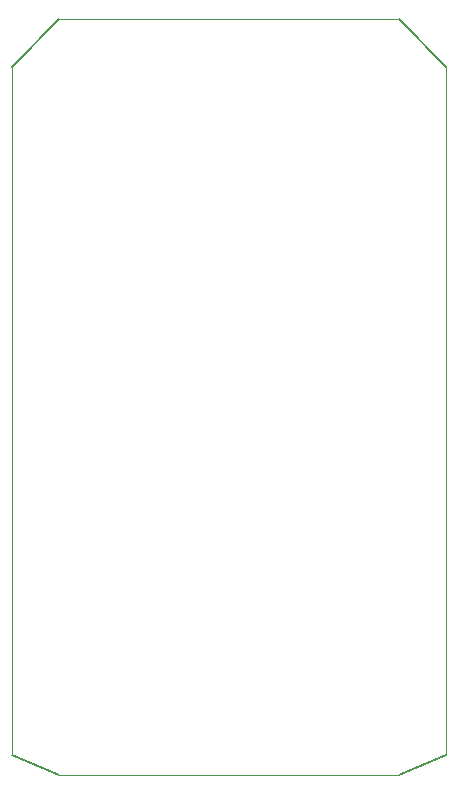
<source format=gbr>
G04 #@! TF.GenerationSoftware,KiCad,Pcbnew,(5.1.10)-1*
G04 #@! TF.CreationDate,2022-01-12T20:10:35+01:00*
G04 #@! TF.ProjectId,ttgot5,7474676f-7435-42e6-9b69-6361645f7063,rev?*
G04 #@! TF.SameCoordinates,Original*
G04 #@! TF.FileFunction,Profile,NP*
%FSLAX46Y46*%
G04 Gerber Fmt 4.6, Leading zero omitted, Abs format (unit mm)*
G04 Created by KiCad (PCBNEW (5.1.10)-1) date 2022-01-12 20:10:35*
%MOMM*%
%LPD*%
G01*
G04 APERTURE LIST*
G04 #@! TA.AperFunction,Profile*
%ADD10C,0.150000*%
G04 #@! TD*
G04 #@! TA.AperFunction,Profile*
%ADD11C,0.100000*%
G04 #@! TD*
G04 APERTURE END LIST*
D10*
X132750000Y-164000000D02*
X136750000Y-162290000D01*
X100000000Y-162290000D02*
X104000000Y-164000000D01*
X132750000Y-100000000D02*
X136750000Y-104000000D01*
X100000000Y-104000000D02*
X104000000Y-100000000D01*
D11*
X104000000Y-164000000D02*
X132750000Y-164000000D01*
X136750000Y-104000000D02*
X136750000Y-162290000D01*
X104000000Y-100000000D02*
X132750000Y-100000000D01*
X100000000Y-104000000D02*
X100000000Y-162290000D01*
M02*

</source>
